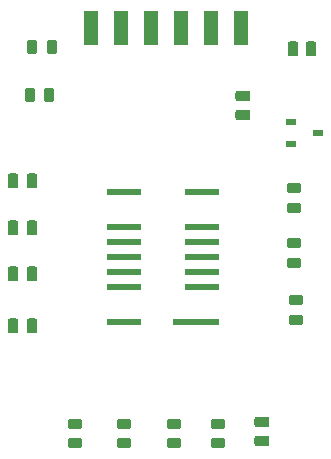
<source format=gbr>
G04 DipTrace 4.0.0.2*
G04 TopPaste.gbr*
%MOIN*%
G04 #@! TF.FileFunction,Paste,Top*
G04 #@! TF.Part,Single*
%AMOUTLINE2*
4,1,28,
0.00991,-0.024999,
-0.00991,-0.024999,
-0.012073,-0.024714,
-0.013967,-0.023929,
-0.015594,-0.022681,
-0.016842,-0.021054,
-0.017627,-0.019159,
-0.017912,-0.016997,
-0.017912,0.016997,
-0.017627,0.019159,
-0.016842,0.021054,
-0.015594,0.022681,
-0.013967,0.023929,
-0.012073,0.024714,
-0.00991,0.024999,
0.00991,0.024999,
0.012073,0.024714,
0.013967,0.023929,
0.015594,0.022681,
0.016842,0.021054,
0.017627,0.019159,
0.017912,0.016997,
0.017912,-0.016997,
0.017627,-0.019159,
0.016842,-0.021054,
0.015594,-0.022681,
0.013967,-0.023929,
0.012073,-0.024714,
0.00991,-0.024999,
0*%
%AMOUTLINE5*
4,1,28,
-0.00991,0.024999,
0.00991,0.024999,
0.012073,0.024714,
0.013967,0.023929,
0.015594,0.022681,
0.016842,0.021054,
0.017627,0.019159,
0.017912,0.016997,
0.017912,-0.016997,
0.017627,-0.019159,
0.016842,-0.021054,
0.015594,-0.022681,
0.013967,-0.023929,
0.012073,-0.024714,
0.00991,-0.024999,
-0.00991,-0.024999,
-0.012073,-0.024714,
-0.013967,-0.023929,
-0.015594,-0.022681,
-0.016842,-0.021054,
-0.017627,-0.019159,
-0.017912,-0.016997,
-0.017912,0.016997,
-0.017627,0.019159,
-0.016842,0.021054,
-0.015594,0.022681,
-0.013967,0.023929,
-0.012073,0.024714,
-0.00991,0.024999,
0*%
%AMOUTLINE8*
4,1,28,
0.024014,0.008533,
0.024015,-0.008531,
0.02377,-0.010388,
0.023104,-0.011998,
0.022043,-0.01338,
0.020661,-0.014441,
0.019051,-0.015108,
0.017194,-0.015352,
-0.017193,-0.015354,
-0.01905,-0.015109,
-0.020659,-0.014442,
-0.022042,-0.013382,
-0.023103,-0.012,
-0.023769,-0.01039,
-0.024014,-0.008533,
-0.024015,0.008531,
-0.02377,0.010388,
-0.023104,0.011998,
-0.022043,0.01338,
-0.020661,0.014441,
-0.019051,0.015108,
-0.017194,0.015352,
0.017193,0.015354,
0.01905,0.015109,
0.020659,0.014442,
0.022042,0.013382,
0.023103,0.012,
0.023769,0.01039,
0.024014,0.008533,
0*%
%AMOUTLINE11*
4,1,28,
-0.024014,-0.008533,
-0.024015,0.008531,
-0.02377,0.010388,
-0.023104,0.011998,
-0.022043,0.01338,
-0.020661,0.014441,
-0.019051,0.015108,
-0.017194,0.015352,
0.017193,0.015354,
0.01905,0.015109,
0.020659,0.014442,
0.022042,0.013382,
0.023103,0.012,
0.023769,0.01039,
0.024014,0.008533,
0.024015,-0.008531,
0.02377,-0.010388,
0.023104,-0.011998,
0.022043,-0.01338,
0.020661,-0.014441,
0.019051,-0.015108,
0.017194,-0.015352,
-0.017193,-0.015354,
-0.01905,-0.015109,
-0.020659,-0.014442,
-0.022042,-0.013382,
-0.023103,-0.012,
-0.023769,-0.01039,
-0.024014,-0.008533,
0*%
%AMOUTLINE14*
4,1,28,
0.008533,-0.024014,
-0.008532,-0.024014,
-0.010388,-0.02377,
-0.011998,-0.023103,
-0.01338,-0.022043,
-0.014441,-0.02066,
-0.015108,-0.019051,
-0.015352,-0.017194,
-0.015353,0.017193,
-0.015109,0.01905,
-0.014442,0.02066,
-0.013381,0.022042,
-0.011999,0.023103,
-0.010389,0.02377,
-0.008533,0.024014,
0.008532,0.024014,
0.010388,0.02377,
0.011998,0.023103,
0.01338,0.022043,
0.014441,0.02066,
0.015108,0.019051,
0.015352,0.017194,
0.015353,-0.017193,
0.015109,-0.01905,
0.014442,-0.02066,
0.013381,-0.022042,
0.011999,-0.023103,
0.010389,-0.02377,
0.008533,-0.024014,
0*%
%AMOUTLINE17*
4,1,28,
-0.008533,0.024014,
0.008532,0.024014,
0.010388,0.02377,
0.011998,0.023103,
0.01338,0.022043,
0.014441,0.02066,
0.015108,0.019051,
0.015352,0.017194,
0.015353,-0.017193,
0.015109,-0.01905,
0.014442,-0.02066,
0.013381,-0.022042,
0.011999,-0.023103,
0.010389,-0.02377,
0.008533,-0.024014,
-0.008532,-0.024014,
-0.010388,-0.02377,
-0.011998,-0.023103,
-0.01338,-0.022043,
-0.014441,-0.02066,
-0.015108,-0.019051,
-0.015352,-0.017194,
-0.015353,0.017193,
-0.015109,0.01905,
-0.014442,0.02066,
-0.013381,0.022042,
-0.011999,0.023103,
-0.010389,0.02377,
-0.008533,0.024014,
0*%
%AMOUTLINE20*
4,1,28,
-0.024998,-0.009911,
-0.024999,0.00991,
-0.024714,0.012072,
-0.023929,0.013967,
-0.022681,0.015594,
-0.021054,0.016842,
-0.019159,0.017627,
-0.016997,0.017912,
0.016997,0.017912,
0.019159,0.017628,
0.021053,0.016843,
0.02268,0.015594,
0.023929,0.013968,
0.024714,0.012073,
0.024998,0.009911,
0.024999,-0.00991,
0.024714,-0.012072,
0.023929,-0.013967,
0.022681,-0.015594,
0.021054,-0.016842,
0.019159,-0.017627,
0.016997,-0.017912,
-0.016997,-0.017912,
-0.019159,-0.017628,
-0.021053,-0.016843,
-0.02268,-0.015594,
-0.023929,-0.013968,
-0.024714,-0.012073,
-0.024998,-0.009911,
0*%
%AMOUTLINE23*
4,1,28,
0.024998,0.009911,
0.024999,-0.00991,
0.024714,-0.012072,
0.023929,-0.013967,
0.022681,-0.015594,
0.021054,-0.016842,
0.019159,-0.017627,
0.016997,-0.017912,
-0.016997,-0.017912,
-0.019159,-0.017628,
-0.021053,-0.016843,
-0.02268,-0.015594,
-0.023929,-0.013968,
-0.024714,-0.012073,
-0.024998,-0.009911,
-0.024999,0.00991,
-0.024714,0.012072,
-0.023929,0.013967,
-0.022681,0.015594,
-0.021054,0.016842,
-0.019159,0.017627,
-0.016997,0.017912,
0.016997,0.017912,
0.019159,0.017628,
0.021053,0.016843,
0.02268,0.015594,
0.023929,0.013968,
0.024714,0.012073,
0.024998,0.009911,
0*%
%ADD28R,0.037399X0.021651*%
%ADD30R,0.04606X0.11417*%
%ADD32R,0.118107X0.023619*%
%ADD34R,0.157477X0.023619*%
%ADD44OUTLINE2*%
%ADD47OUTLINE5*%
%ADD50OUTLINE8*%
%ADD53OUTLINE11*%
%ADD56OUTLINE14*%
%ADD59OUTLINE17*%
%ADD62OUTLINE20*%
%ADD65OUTLINE23*%
%FSLAX26Y26*%
G04*
G70*
G90*
G75*
G01*
G04 TopPaste*
%LPD*%
D44*
X636897Y1345700D3*
D47*
X573905D3*
D44*
X636897Y862701D3*
D47*
X573905Y862699D3*
D44*
X636897Y1037701D3*
D47*
X573905Y1037699D3*
D44*
X636897Y1191701D3*
D47*
X573905Y1191699D3*
D50*
X1508399Y1322968D3*
D53*
X1508402Y1256432D3*
D50*
X1508399Y1140968D3*
D53*
X1508403Y1074432D3*
X1256402Y472432D3*
D50*
X1256400Y538968D3*
D53*
X1109402Y472432D3*
D50*
X1109400Y538968D3*
D53*
X941401Y472432D3*
D50*
X941400Y538968D3*
D53*
X780401Y472432D3*
D50*
X780400Y538968D3*
D34*
X1184637Y877165D3*
D32*
X1204322Y993700D3*
Y1043700D3*
Y1093700D3*
Y1143700D3*
Y1193700D3*
Y1310235D3*
X944480D3*
Y1193700D3*
Y1143700D3*
Y1093700D3*
Y1043700D3*
Y993700D3*
Y877165D3*
D30*
X1331401Y1856700D3*
X1231401D3*
X1131401D3*
X1031401D3*
X931401D3*
X831401D3*
D28*
X1498125Y1544102D3*
Y1469298D3*
X1588676Y1506700D3*
D56*
X694669Y1632701D3*
D59*
X628133Y1632699D3*
D56*
X701669Y1793701D3*
D59*
X635133Y1793699D3*
D44*
X1567897Y1786700D3*
D47*
X1504905D3*
D62*
X1340401Y1566204D3*
D65*
X1340400Y1629196D3*
D62*
X1403401Y481204D3*
D65*
Y544196D3*
D53*
X1515401Y885432D3*
D50*
Y951968D3*
M02*

</source>
